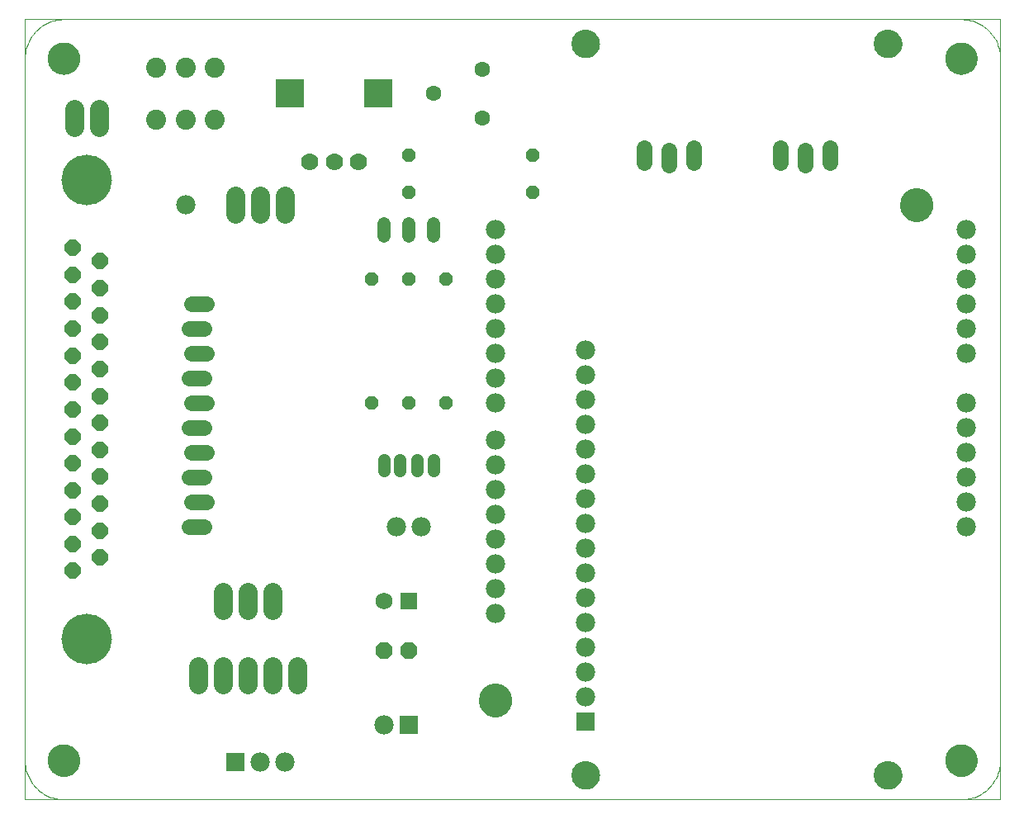
<source format=gbs>
G75*
G70*
%OFA0B0*%
%FSLAX24Y24*%
%IPPOS*%
%LPD*%
%AMOC8*
5,1,8,0,0,1.08239X$1,22.5*
%
%ADD10C,0.0000*%
%ADD11OC8,0.0640*%
%ADD12C,0.2040*%
%ADD13C,0.0640*%
%ADD14C,0.0700*%
%ADD15R,0.1142X0.1142*%
%ADD16R,0.0780X0.0780*%
%ADD17C,0.0780*%
%ADD18C,0.1142*%
%ADD19C,0.0520*%
%ADD20C,0.0690*%
%ADD21R,0.0690X0.0690*%
%ADD22OC8,0.0670*%
%ADD23C,0.1340*%
%ADD24OC8,0.0520*%
%ADD25C,0.0490*%
%ADD26C,0.1300*%
%ADD27C,0.0780*%
%ADD28C,0.0631*%
%ADD29C,0.0808*%
D10*
X038833Y004752D02*
X038833Y036248D01*
X078203Y036248D01*
X078203Y004752D01*
X038833Y004752D01*
X040423Y004754D02*
X076644Y004754D01*
X040423Y004754D01*
X076644Y004754D01*
X076014Y006329D02*
X076016Y006379D01*
X076022Y006429D01*
X076032Y006478D01*
X076046Y006526D01*
X076063Y006573D01*
X076084Y006618D01*
X076109Y006662D01*
X076137Y006703D01*
X076169Y006742D01*
X076203Y006779D01*
X076240Y006813D01*
X076280Y006843D01*
X076322Y006870D01*
X076366Y006894D01*
X076412Y006915D01*
X076459Y006931D01*
X076507Y006944D01*
X076557Y006953D01*
X076606Y006958D01*
X076657Y006959D01*
X076707Y006956D01*
X076756Y006949D01*
X076805Y006938D01*
X076853Y006923D01*
X076899Y006905D01*
X076944Y006883D01*
X076987Y006857D01*
X077028Y006828D01*
X077067Y006796D01*
X077103Y006761D01*
X077135Y006723D01*
X077165Y006683D01*
X077192Y006640D01*
X077215Y006596D01*
X077234Y006550D01*
X077250Y006502D01*
X077262Y006453D01*
X077270Y006404D01*
X077274Y006354D01*
X077274Y006304D01*
X077270Y006254D01*
X077262Y006205D01*
X077250Y006156D01*
X077234Y006108D01*
X077215Y006062D01*
X077192Y006018D01*
X077165Y005975D01*
X077135Y005935D01*
X077103Y005897D01*
X077067Y005862D01*
X077028Y005830D01*
X076987Y005801D01*
X076944Y005775D01*
X076899Y005753D01*
X076853Y005735D01*
X076805Y005720D01*
X076756Y005709D01*
X076707Y005702D01*
X076657Y005699D01*
X076606Y005700D01*
X076557Y005705D01*
X076507Y005714D01*
X076459Y005727D01*
X076412Y005743D01*
X076366Y005764D01*
X076322Y005788D01*
X076280Y005815D01*
X076240Y005845D01*
X076203Y005879D01*
X076169Y005916D01*
X076137Y005955D01*
X076109Y005996D01*
X076084Y006040D01*
X076063Y006085D01*
X076046Y006132D01*
X076032Y006180D01*
X076022Y006229D01*
X076016Y006279D01*
X076014Y006329D01*
X076644Y004754D02*
X076721Y004756D01*
X076798Y004762D01*
X076875Y004771D01*
X076951Y004784D01*
X077027Y004801D01*
X077101Y004822D01*
X077175Y004846D01*
X077247Y004874D01*
X077317Y004905D01*
X077386Y004940D01*
X077454Y004978D01*
X077519Y005019D01*
X077582Y005064D01*
X077643Y005112D01*
X077702Y005162D01*
X077758Y005215D01*
X077811Y005271D01*
X077861Y005330D01*
X077909Y005391D01*
X077954Y005454D01*
X077995Y005519D01*
X078033Y005587D01*
X078068Y005656D01*
X078099Y005726D01*
X078127Y005798D01*
X078151Y005872D01*
X078172Y005946D01*
X078189Y006022D01*
X078202Y006098D01*
X078211Y006175D01*
X078217Y006252D01*
X078219Y006329D01*
X078218Y006329D02*
X078218Y034676D01*
X078218Y006329D01*
X078218Y034676D01*
X076014Y034676D02*
X076016Y034726D01*
X076022Y034776D01*
X076032Y034825D01*
X076046Y034873D01*
X076063Y034920D01*
X076084Y034965D01*
X076109Y035009D01*
X076137Y035050D01*
X076169Y035089D01*
X076203Y035126D01*
X076240Y035160D01*
X076280Y035190D01*
X076322Y035217D01*
X076366Y035241D01*
X076412Y035262D01*
X076459Y035278D01*
X076507Y035291D01*
X076557Y035300D01*
X076606Y035305D01*
X076657Y035306D01*
X076707Y035303D01*
X076756Y035296D01*
X076805Y035285D01*
X076853Y035270D01*
X076899Y035252D01*
X076944Y035230D01*
X076987Y035204D01*
X077028Y035175D01*
X077067Y035143D01*
X077103Y035108D01*
X077135Y035070D01*
X077165Y035030D01*
X077192Y034987D01*
X077215Y034943D01*
X077234Y034897D01*
X077250Y034849D01*
X077262Y034800D01*
X077270Y034751D01*
X077274Y034701D01*
X077274Y034651D01*
X077270Y034601D01*
X077262Y034552D01*
X077250Y034503D01*
X077234Y034455D01*
X077215Y034409D01*
X077192Y034365D01*
X077165Y034322D01*
X077135Y034282D01*
X077103Y034244D01*
X077067Y034209D01*
X077028Y034177D01*
X076987Y034148D01*
X076944Y034122D01*
X076899Y034100D01*
X076853Y034082D01*
X076805Y034067D01*
X076756Y034056D01*
X076707Y034049D01*
X076657Y034046D01*
X076606Y034047D01*
X076557Y034052D01*
X076507Y034061D01*
X076459Y034074D01*
X076412Y034090D01*
X076366Y034111D01*
X076322Y034135D01*
X076280Y034162D01*
X076240Y034192D01*
X076203Y034226D01*
X076169Y034263D01*
X076137Y034302D01*
X076109Y034343D01*
X076084Y034387D01*
X076063Y034432D01*
X076046Y034479D01*
X076032Y034527D01*
X076022Y034576D01*
X076016Y034626D01*
X076014Y034676D01*
X076644Y036251D02*
X076721Y036249D01*
X076798Y036243D01*
X076875Y036234D01*
X076951Y036221D01*
X077027Y036204D01*
X077101Y036183D01*
X077175Y036159D01*
X077247Y036131D01*
X077317Y036100D01*
X077386Y036065D01*
X077454Y036027D01*
X077519Y035986D01*
X077582Y035941D01*
X077643Y035893D01*
X077702Y035843D01*
X077758Y035790D01*
X077811Y035734D01*
X077861Y035675D01*
X077909Y035614D01*
X077954Y035551D01*
X077995Y035486D01*
X078033Y035418D01*
X078068Y035349D01*
X078099Y035279D01*
X078127Y035207D01*
X078151Y035133D01*
X078172Y035059D01*
X078189Y034983D01*
X078202Y034907D01*
X078211Y034830D01*
X078217Y034753D01*
X078219Y034676D01*
X076014Y034676D02*
X076016Y034726D01*
X076022Y034776D01*
X076032Y034825D01*
X076046Y034873D01*
X076063Y034920D01*
X076084Y034965D01*
X076109Y035009D01*
X076137Y035050D01*
X076169Y035089D01*
X076203Y035126D01*
X076240Y035160D01*
X076280Y035190D01*
X076322Y035217D01*
X076366Y035241D01*
X076412Y035262D01*
X076459Y035278D01*
X076507Y035291D01*
X076557Y035300D01*
X076606Y035305D01*
X076657Y035306D01*
X076707Y035303D01*
X076756Y035296D01*
X076805Y035285D01*
X076853Y035270D01*
X076899Y035252D01*
X076944Y035230D01*
X076987Y035204D01*
X077028Y035175D01*
X077067Y035143D01*
X077103Y035108D01*
X077135Y035070D01*
X077165Y035030D01*
X077192Y034987D01*
X077215Y034943D01*
X077234Y034897D01*
X077250Y034849D01*
X077262Y034800D01*
X077270Y034751D01*
X077274Y034701D01*
X077274Y034651D01*
X077270Y034601D01*
X077262Y034552D01*
X077250Y034503D01*
X077234Y034455D01*
X077215Y034409D01*
X077192Y034365D01*
X077165Y034322D01*
X077135Y034282D01*
X077103Y034244D01*
X077067Y034209D01*
X077028Y034177D01*
X076987Y034148D01*
X076944Y034122D01*
X076899Y034100D01*
X076853Y034082D01*
X076805Y034067D01*
X076756Y034056D01*
X076707Y034049D01*
X076657Y034046D01*
X076606Y034047D01*
X076557Y034052D01*
X076507Y034061D01*
X076459Y034074D01*
X076412Y034090D01*
X076366Y034111D01*
X076322Y034135D01*
X076280Y034162D01*
X076240Y034192D01*
X076203Y034226D01*
X076169Y034263D01*
X076137Y034302D01*
X076109Y034343D01*
X076084Y034387D01*
X076063Y034432D01*
X076046Y034479D01*
X076032Y034527D01*
X076022Y034576D01*
X076016Y034626D01*
X076014Y034676D01*
X076644Y036251D02*
X076721Y036249D01*
X076798Y036243D01*
X076875Y036234D01*
X076951Y036221D01*
X077027Y036204D01*
X077101Y036183D01*
X077175Y036159D01*
X077247Y036131D01*
X077317Y036100D01*
X077386Y036065D01*
X077454Y036027D01*
X077519Y035986D01*
X077582Y035941D01*
X077643Y035893D01*
X077702Y035843D01*
X077758Y035790D01*
X077811Y035734D01*
X077861Y035675D01*
X077909Y035614D01*
X077954Y035551D01*
X077995Y035486D01*
X078033Y035418D01*
X078068Y035349D01*
X078099Y035279D01*
X078127Y035207D01*
X078151Y035133D01*
X078172Y035059D01*
X078189Y034983D01*
X078202Y034907D01*
X078211Y034830D01*
X078217Y034753D01*
X078219Y034676D01*
X076014Y034676D02*
X076016Y034726D01*
X076022Y034776D01*
X076032Y034825D01*
X076046Y034873D01*
X076063Y034920D01*
X076084Y034965D01*
X076109Y035009D01*
X076137Y035050D01*
X076169Y035089D01*
X076203Y035126D01*
X076240Y035160D01*
X076280Y035190D01*
X076322Y035217D01*
X076366Y035241D01*
X076412Y035262D01*
X076459Y035278D01*
X076507Y035291D01*
X076557Y035300D01*
X076606Y035305D01*
X076657Y035306D01*
X076707Y035303D01*
X076756Y035296D01*
X076805Y035285D01*
X076853Y035270D01*
X076899Y035252D01*
X076944Y035230D01*
X076987Y035204D01*
X077028Y035175D01*
X077067Y035143D01*
X077103Y035108D01*
X077135Y035070D01*
X077165Y035030D01*
X077192Y034987D01*
X077215Y034943D01*
X077234Y034897D01*
X077250Y034849D01*
X077262Y034800D01*
X077270Y034751D01*
X077274Y034701D01*
X077274Y034651D01*
X077270Y034601D01*
X077262Y034552D01*
X077250Y034503D01*
X077234Y034455D01*
X077215Y034409D01*
X077192Y034365D01*
X077165Y034322D01*
X077135Y034282D01*
X077103Y034244D01*
X077067Y034209D01*
X077028Y034177D01*
X076987Y034148D01*
X076944Y034122D01*
X076899Y034100D01*
X076853Y034082D01*
X076805Y034067D01*
X076756Y034056D01*
X076707Y034049D01*
X076657Y034046D01*
X076606Y034047D01*
X076557Y034052D01*
X076507Y034061D01*
X076459Y034074D01*
X076412Y034090D01*
X076366Y034111D01*
X076322Y034135D01*
X076280Y034162D01*
X076240Y034192D01*
X076203Y034226D01*
X076169Y034263D01*
X076137Y034302D01*
X076109Y034343D01*
X076084Y034387D01*
X076063Y034432D01*
X076046Y034479D01*
X076032Y034527D01*
X076022Y034576D01*
X076016Y034626D01*
X076014Y034676D01*
X076644Y036251D02*
X076721Y036249D01*
X076798Y036243D01*
X076875Y036234D01*
X076951Y036221D01*
X077027Y036204D01*
X077101Y036183D01*
X077175Y036159D01*
X077247Y036131D01*
X077317Y036100D01*
X077386Y036065D01*
X077454Y036027D01*
X077519Y035986D01*
X077582Y035941D01*
X077643Y035893D01*
X077702Y035843D01*
X077758Y035790D01*
X077811Y035734D01*
X077861Y035675D01*
X077909Y035614D01*
X077954Y035551D01*
X077995Y035486D01*
X078033Y035418D01*
X078068Y035349D01*
X078099Y035279D01*
X078127Y035207D01*
X078151Y035133D01*
X078172Y035059D01*
X078189Y034983D01*
X078202Y034907D01*
X078211Y034830D01*
X078217Y034753D01*
X078219Y034676D01*
X076644Y036250D02*
X040423Y036250D01*
X076644Y036250D01*
X040423Y036250D01*
X039793Y034676D02*
X039795Y034726D01*
X039801Y034776D01*
X039811Y034825D01*
X039825Y034873D01*
X039842Y034920D01*
X039863Y034965D01*
X039888Y035009D01*
X039916Y035050D01*
X039948Y035089D01*
X039982Y035126D01*
X040019Y035160D01*
X040059Y035190D01*
X040101Y035217D01*
X040145Y035241D01*
X040191Y035262D01*
X040238Y035278D01*
X040286Y035291D01*
X040336Y035300D01*
X040385Y035305D01*
X040436Y035306D01*
X040486Y035303D01*
X040535Y035296D01*
X040584Y035285D01*
X040632Y035270D01*
X040678Y035252D01*
X040723Y035230D01*
X040766Y035204D01*
X040807Y035175D01*
X040846Y035143D01*
X040882Y035108D01*
X040914Y035070D01*
X040944Y035030D01*
X040971Y034987D01*
X040994Y034943D01*
X041013Y034897D01*
X041029Y034849D01*
X041041Y034800D01*
X041049Y034751D01*
X041053Y034701D01*
X041053Y034651D01*
X041049Y034601D01*
X041041Y034552D01*
X041029Y034503D01*
X041013Y034455D01*
X040994Y034409D01*
X040971Y034365D01*
X040944Y034322D01*
X040914Y034282D01*
X040882Y034244D01*
X040846Y034209D01*
X040807Y034177D01*
X040766Y034148D01*
X040723Y034122D01*
X040678Y034100D01*
X040632Y034082D01*
X040584Y034067D01*
X040535Y034056D01*
X040486Y034049D01*
X040436Y034046D01*
X040385Y034047D01*
X040336Y034052D01*
X040286Y034061D01*
X040238Y034074D01*
X040191Y034090D01*
X040145Y034111D01*
X040101Y034135D01*
X040059Y034162D01*
X040019Y034192D01*
X039982Y034226D01*
X039948Y034263D01*
X039916Y034302D01*
X039888Y034343D01*
X039863Y034387D01*
X039842Y034432D01*
X039825Y034479D01*
X039811Y034527D01*
X039801Y034576D01*
X039795Y034626D01*
X039793Y034676D01*
X038848Y034676D02*
X038850Y034753D01*
X038856Y034830D01*
X038865Y034907D01*
X038878Y034983D01*
X038895Y035059D01*
X038916Y035133D01*
X038940Y035207D01*
X038968Y035279D01*
X038999Y035349D01*
X039034Y035418D01*
X039072Y035486D01*
X039113Y035551D01*
X039158Y035614D01*
X039206Y035675D01*
X039256Y035734D01*
X039309Y035790D01*
X039365Y035843D01*
X039424Y035893D01*
X039485Y035941D01*
X039548Y035986D01*
X039613Y036027D01*
X039681Y036065D01*
X039750Y036100D01*
X039820Y036131D01*
X039892Y036159D01*
X039966Y036183D01*
X040040Y036204D01*
X040116Y036221D01*
X040192Y036234D01*
X040269Y036243D01*
X040346Y036249D01*
X040423Y036251D01*
X039793Y034676D02*
X039795Y034726D01*
X039801Y034776D01*
X039811Y034825D01*
X039825Y034873D01*
X039842Y034920D01*
X039863Y034965D01*
X039888Y035009D01*
X039916Y035050D01*
X039948Y035089D01*
X039982Y035126D01*
X040019Y035160D01*
X040059Y035190D01*
X040101Y035217D01*
X040145Y035241D01*
X040191Y035262D01*
X040238Y035278D01*
X040286Y035291D01*
X040336Y035300D01*
X040385Y035305D01*
X040436Y035306D01*
X040486Y035303D01*
X040535Y035296D01*
X040584Y035285D01*
X040632Y035270D01*
X040678Y035252D01*
X040723Y035230D01*
X040766Y035204D01*
X040807Y035175D01*
X040846Y035143D01*
X040882Y035108D01*
X040914Y035070D01*
X040944Y035030D01*
X040971Y034987D01*
X040994Y034943D01*
X041013Y034897D01*
X041029Y034849D01*
X041041Y034800D01*
X041049Y034751D01*
X041053Y034701D01*
X041053Y034651D01*
X041049Y034601D01*
X041041Y034552D01*
X041029Y034503D01*
X041013Y034455D01*
X040994Y034409D01*
X040971Y034365D01*
X040944Y034322D01*
X040914Y034282D01*
X040882Y034244D01*
X040846Y034209D01*
X040807Y034177D01*
X040766Y034148D01*
X040723Y034122D01*
X040678Y034100D01*
X040632Y034082D01*
X040584Y034067D01*
X040535Y034056D01*
X040486Y034049D01*
X040436Y034046D01*
X040385Y034047D01*
X040336Y034052D01*
X040286Y034061D01*
X040238Y034074D01*
X040191Y034090D01*
X040145Y034111D01*
X040101Y034135D01*
X040059Y034162D01*
X040019Y034192D01*
X039982Y034226D01*
X039948Y034263D01*
X039916Y034302D01*
X039888Y034343D01*
X039863Y034387D01*
X039842Y034432D01*
X039825Y034479D01*
X039811Y034527D01*
X039801Y034576D01*
X039795Y034626D01*
X039793Y034676D01*
X038848Y034676D02*
X038850Y034753D01*
X038856Y034830D01*
X038865Y034907D01*
X038878Y034983D01*
X038895Y035059D01*
X038916Y035133D01*
X038940Y035207D01*
X038968Y035279D01*
X038999Y035349D01*
X039034Y035418D01*
X039072Y035486D01*
X039113Y035551D01*
X039158Y035614D01*
X039206Y035675D01*
X039256Y035734D01*
X039309Y035790D01*
X039365Y035843D01*
X039424Y035893D01*
X039485Y035941D01*
X039548Y035986D01*
X039613Y036027D01*
X039681Y036065D01*
X039750Y036100D01*
X039820Y036131D01*
X039892Y036159D01*
X039966Y036183D01*
X040040Y036204D01*
X040116Y036221D01*
X040192Y036234D01*
X040269Y036243D01*
X040346Y036249D01*
X040423Y036251D01*
X039793Y034676D02*
X039795Y034726D01*
X039801Y034776D01*
X039811Y034825D01*
X039825Y034873D01*
X039842Y034920D01*
X039863Y034965D01*
X039888Y035009D01*
X039916Y035050D01*
X039948Y035089D01*
X039982Y035126D01*
X040019Y035160D01*
X040059Y035190D01*
X040101Y035217D01*
X040145Y035241D01*
X040191Y035262D01*
X040238Y035278D01*
X040286Y035291D01*
X040336Y035300D01*
X040385Y035305D01*
X040436Y035306D01*
X040486Y035303D01*
X040535Y035296D01*
X040584Y035285D01*
X040632Y035270D01*
X040678Y035252D01*
X040723Y035230D01*
X040766Y035204D01*
X040807Y035175D01*
X040846Y035143D01*
X040882Y035108D01*
X040914Y035070D01*
X040944Y035030D01*
X040971Y034987D01*
X040994Y034943D01*
X041013Y034897D01*
X041029Y034849D01*
X041041Y034800D01*
X041049Y034751D01*
X041053Y034701D01*
X041053Y034651D01*
X041049Y034601D01*
X041041Y034552D01*
X041029Y034503D01*
X041013Y034455D01*
X040994Y034409D01*
X040971Y034365D01*
X040944Y034322D01*
X040914Y034282D01*
X040882Y034244D01*
X040846Y034209D01*
X040807Y034177D01*
X040766Y034148D01*
X040723Y034122D01*
X040678Y034100D01*
X040632Y034082D01*
X040584Y034067D01*
X040535Y034056D01*
X040486Y034049D01*
X040436Y034046D01*
X040385Y034047D01*
X040336Y034052D01*
X040286Y034061D01*
X040238Y034074D01*
X040191Y034090D01*
X040145Y034111D01*
X040101Y034135D01*
X040059Y034162D01*
X040019Y034192D01*
X039982Y034226D01*
X039948Y034263D01*
X039916Y034302D01*
X039888Y034343D01*
X039863Y034387D01*
X039842Y034432D01*
X039825Y034479D01*
X039811Y034527D01*
X039801Y034576D01*
X039795Y034626D01*
X039793Y034676D01*
X038848Y034676D02*
X038850Y034753D01*
X038856Y034830D01*
X038865Y034907D01*
X038878Y034983D01*
X038895Y035059D01*
X038916Y035133D01*
X038940Y035207D01*
X038968Y035279D01*
X038999Y035349D01*
X039034Y035418D01*
X039072Y035486D01*
X039113Y035551D01*
X039158Y035614D01*
X039206Y035675D01*
X039256Y035734D01*
X039309Y035790D01*
X039365Y035843D01*
X039424Y035893D01*
X039485Y035941D01*
X039548Y035986D01*
X039613Y036027D01*
X039681Y036065D01*
X039750Y036100D01*
X039820Y036131D01*
X039892Y036159D01*
X039966Y036183D01*
X040040Y036204D01*
X040116Y036221D01*
X040192Y036234D01*
X040269Y036243D01*
X040346Y036249D01*
X040423Y036251D01*
X038848Y034676D02*
X038848Y006329D01*
X038848Y034676D01*
X038848Y006329D01*
X039793Y006329D02*
X039795Y006379D01*
X039801Y006429D01*
X039811Y006478D01*
X039825Y006526D01*
X039842Y006573D01*
X039863Y006618D01*
X039888Y006662D01*
X039916Y006703D01*
X039948Y006742D01*
X039982Y006779D01*
X040019Y006813D01*
X040059Y006843D01*
X040101Y006870D01*
X040145Y006894D01*
X040191Y006915D01*
X040238Y006931D01*
X040286Y006944D01*
X040336Y006953D01*
X040385Y006958D01*
X040436Y006959D01*
X040486Y006956D01*
X040535Y006949D01*
X040584Y006938D01*
X040632Y006923D01*
X040678Y006905D01*
X040723Y006883D01*
X040766Y006857D01*
X040807Y006828D01*
X040846Y006796D01*
X040882Y006761D01*
X040914Y006723D01*
X040944Y006683D01*
X040971Y006640D01*
X040994Y006596D01*
X041013Y006550D01*
X041029Y006502D01*
X041041Y006453D01*
X041049Y006404D01*
X041053Y006354D01*
X041053Y006304D01*
X041049Y006254D01*
X041041Y006205D01*
X041029Y006156D01*
X041013Y006108D01*
X040994Y006062D01*
X040971Y006018D01*
X040944Y005975D01*
X040914Y005935D01*
X040882Y005897D01*
X040846Y005862D01*
X040807Y005830D01*
X040766Y005801D01*
X040723Y005775D01*
X040678Y005753D01*
X040632Y005735D01*
X040584Y005720D01*
X040535Y005709D01*
X040486Y005702D01*
X040436Y005699D01*
X040385Y005700D01*
X040336Y005705D01*
X040286Y005714D01*
X040238Y005727D01*
X040191Y005743D01*
X040145Y005764D01*
X040101Y005788D01*
X040059Y005815D01*
X040019Y005845D01*
X039982Y005879D01*
X039948Y005916D01*
X039916Y005955D01*
X039888Y005996D01*
X039863Y006040D01*
X039842Y006085D01*
X039825Y006132D01*
X039811Y006180D01*
X039801Y006229D01*
X039795Y006279D01*
X039793Y006329D01*
X038848Y006329D02*
X038850Y006252D01*
X038856Y006175D01*
X038865Y006098D01*
X038878Y006022D01*
X038895Y005946D01*
X038916Y005872D01*
X038940Y005798D01*
X038968Y005726D01*
X038999Y005656D01*
X039034Y005587D01*
X039072Y005519D01*
X039113Y005454D01*
X039158Y005391D01*
X039206Y005330D01*
X039256Y005271D01*
X039309Y005215D01*
X039365Y005162D01*
X039424Y005112D01*
X039485Y005064D01*
X039548Y005019D01*
X039613Y004978D01*
X039681Y004940D01*
X039750Y004905D01*
X039820Y004874D01*
X039892Y004846D01*
X039966Y004822D01*
X040040Y004801D01*
X040116Y004784D01*
X040192Y004771D01*
X040269Y004762D01*
X040346Y004756D01*
X040423Y004754D01*
X039793Y006329D02*
X039795Y006379D01*
X039801Y006429D01*
X039811Y006478D01*
X039825Y006526D01*
X039842Y006573D01*
X039863Y006618D01*
X039888Y006662D01*
X039916Y006703D01*
X039948Y006742D01*
X039982Y006779D01*
X040019Y006813D01*
X040059Y006843D01*
X040101Y006870D01*
X040145Y006894D01*
X040191Y006915D01*
X040238Y006931D01*
X040286Y006944D01*
X040336Y006953D01*
X040385Y006958D01*
X040436Y006959D01*
X040486Y006956D01*
X040535Y006949D01*
X040584Y006938D01*
X040632Y006923D01*
X040678Y006905D01*
X040723Y006883D01*
X040766Y006857D01*
X040807Y006828D01*
X040846Y006796D01*
X040882Y006761D01*
X040914Y006723D01*
X040944Y006683D01*
X040971Y006640D01*
X040994Y006596D01*
X041013Y006550D01*
X041029Y006502D01*
X041041Y006453D01*
X041049Y006404D01*
X041053Y006354D01*
X041053Y006304D01*
X041049Y006254D01*
X041041Y006205D01*
X041029Y006156D01*
X041013Y006108D01*
X040994Y006062D01*
X040971Y006018D01*
X040944Y005975D01*
X040914Y005935D01*
X040882Y005897D01*
X040846Y005862D01*
X040807Y005830D01*
X040766Y005801D01*
X040723Y005775D01*
X040678Y005753D01*
X040632Y005735D01*
X040584Y005720D01*
X040535Y005709D01*
X040486Y005702D01*
X040436Y005699D01*
X040385Y005700D01*
X040336Y005705D01*
X040286Y005714D01*
X040238Y005727D01*
X040191Y005743D01*
X040145Y005764D01*
X040101Y005788D01*
X040059Y005815D01*
X040019Y005845D01*
X039982Y005879D01*
X039948Y005916D01*
X039916Y005955D01*
X039888Y005996D01*
X039863Y006040D01*
X039842Y006085D01*
X039825Y006132D01*
X039811Y006180D01*
X039801Y006229D01*
X039795Y006279D01*
X039793Y006329D01*
X038848Y006329D02*
X038850Y006252D01*
X038856Y006175D01*
X038865Y006098D01*
X038878Y006022D01*
X038895Y005946D01*
X038916Y005872D01*
X038940Y005798D01*
X038968Y005726D01*
X038999Y005656D01*
X039034Y005587D01*
X039072Y005519D01*
X039113Y005454D01*
X039158Y005391D01*
X039206Y005330D01*
X039256Y005271D01*
X039309Y005215D01*
X039365Y005162D01*
X039424Y005112D01*
X039485Y005064D01*
X039548Y005019D01*
X039613Y004978D01*
X039681Y004940D01*
X039750Y004905D01*
X039820Y004874D01*
X039892Y004846D01*
X039966Y004822D01*
X040040Y004801D01*
X040116Y004784D01*
X040192Y004771D01*
X040269Y004762D01*
X040346Y004756D01*
X040423Y004754D01*
X039793Y006329D02*
X039795Y006379D01*
X039801Y006429D01*
X039811Y006478D01*
X039825Y006526D01*
X039842Y006573D01*
X039863Y006618D01*
X039888Y006662D01*
X039916Y006703D01*
X039948Y006742D01*
X039982Y006779D01*
X040019Y006813D01*
X040059Y006843D01*
X040101Y006870D01*
X040145Y006894D01*
X040191Y006915D01*
X040238Y006931D01*
X040286Y006944D01*
X040336Y006953D01*
X040385Y006958D01*
X040436Y006959D01*
X040486Y006956D01*
X040535Y006949D01*
X040584Y006938D01*
X040632Y006923D01*
X040678Y006905D01*
X040723Y006883D01*
X040766Y006857D01*
X040807Y006828D01*
X040846Y006796D01*
X040882Y006761D01*
X040914Y006723D01*
X040944Y006683D01*
X040971Y006640D01*
X040994Y006596D01*
X041013Y006550D01*
X041029Y006502D01*
X041041Y006453D01*
X041049Y006404D01*
X041053Y006354D01*
X041053Y006304D01*
X041049Y006254D01*
X041041Y006205D01*
X041029Y006156D01*
X041013Y006108D01*
X040994Y006062D01*
X040971Y006018D01*
X040944Y005975D01*
X040914Y005935D01*
X040882Y005897D01*
X040846Y005862D01*
X040807Y005830D01*
X040766Y005801D01*
X040723Y005775D01*
X040678Y005753D01*
X040632Y005735D01*
X040584Y005720D01*
X040535Y005709D01*
X040486Y005702D01*
X040436Y005699D01*
X040385Y005700D01*
X040336Y005705D01*
X040286Y005714D01*
X040238Y005727D01*
X040191Y005743D01*
X040145Y005764D01*
X040101Y005788D01*
X040059Y005815D01*
X040019Y005845D01*
X039982Y005879D01*
X039948Y005916D01*
X039916Y005955D01*
X039888Y005996D01*
X039863Y006040D01*
X039842Y006085D01*
X039825Y006132D01*
X039811Y006180D01*
X039801Y006229D01*
X039795Y006279D01*
X039793Y006329D01*
X038848Y006329D02*
X038850Y006252D01*
X038856Y006175D01*
X038865Y006098D01*
X038878Y006022D01*
X038895Y005946D01*
X038916Y005872D01*
X038940Y005798D01*
X038968Y005726D01*
X038999Y005656D01*
X039034Y005587D01*
X039072Y005519D01*
X039113Y005454D01*
X039158Y005391D01*
X039206Y005330D01*
X039256Y005271D01*
X039309Y005215D01*
X039365Y005162D01*
X039424Y005112D01*
X039485Y005064D01*
X039548Y005019D01*
X039613Y004978D01*
X039681Y004940D01*
X039750Y004905D01*
X039820Y004874D01*
X039892Y004846D01*
X039966Y004822D01*
X040040Y004801D01*
X040116Y004784D01*
X040192Y004771D01*
X040269Y004762D01*
X040346Y004756D01*
X040423Y004754D01*
X057183Y008752D02*
X057185Y008802D01*
X057191Y008852D01*
X057201Y008902D01*
X057214Y008950D01*
X057231Y008998D01*
X057252Y009044D01*
X057276Y009088D01*
X057304Y009130D01*
X057335Y009170D01*
X057369Y009207D01*
X057406Y009242D01*
X057445Y009273D01*
X057486Y009302D01*
X057530Y009327D01*
X057576Y009349D01*
X057623Y009367D01*
X057671Y009381D01*
X057720Y009392D01*
X057770Y009399D01*
X057820Y009402D01*
X057871Y009401D01*
X057921Y009396D01*
X057971Y009387D01*
X058019Y009375D01*
X058067Y009358D01*
X058113Y009338D01*
X058158Y009315D01*
X058201Y009288D01*
X058241Y009258D01*
X058279Y009225D01*
X058314Y009189D01*
X058347Y009150D01*
X058376Y009109D01*
X058402Y009066D01*
X058425Y009021D01*
X058444Y008974D01*
X058459Y008926D01*
X058471Y008877D01*
X058479Y008827D01*
X058483Y008777D01*
X058483Y008727D01*
X058479Y008677D01*
X058471Y008627D01*
X058459Y008578D01*
X058444Y008530D01*
X058425Y008483D01*
X058402Y008438D01*
X058376Y008395D01*
X058347Y008354D01*
X058314Y008315D01*
X058279Y008279D01*
X058241Y008246D01*
X058201Y008216D01*
X058158Y008189D01*
X058113Y008166D01*
X058067Y008146D01*
X058019Y008129D01*
X057971Y008117D01*
X057921Y008108D01*
X057871Y008103D01*
X057820Y008102D01*
X057770Y008105D01*
X057720Y008112D01*
X057671Y008123D01*
X057623Y008137D01*
X057576Y008155D01*
X057530Y008177D01*
X057486Y008202D01*
X057445Y008231D01*
X057406Y008262D01*
X057369Y008297D01*
X057335Y008334D01*
X057304Y008374D01*
X057276Y008416D01*
X057252Y008460D01*
X057231Y008506D01*
X057214Y008554D01*
X057201Y008602D01*
X057191Y008652D01*
X057185Y008702D01*
X057183Y008752D01*
X060930Y005739D02*
X060932Y005786D01*
X060938Y005832D01*
X060948Y005878D01*
X060961Y005923D01*
X060979Y005966D01*
X061000Y006008D01*
X061024Y006048D01*
X061052Y006085D01*
X061083Y006120D01*
X061117Y006153D01*
X061153Y006182D01*
X061192Y006208D01*
X061233Y006231D01*
X061276Y006250D01*
X061320Y006266D01*
X061365Y006278D01*
X061411Y006286D01*
X061458Y006290D01*
X061504Y006290D01*
X061551Y006286D01*
X061597Y006278D01*
X061642Y006266D01*
X061686Y006250D01*
X061729Y006231D01*
X061770Y006208D01*
X061809Y006182D01*
X061845Y006153D01*
X061879Y006120D01*
X061910Y006085D01*
X061938Y006048D01*
X061962Y006008D01*
X061983Y005966D01*
X062001Y005923D01*
X062014Y005878D01*
X062024Y005832D01*
X062030Y005786D01*
X062032Y005739D01*
X062030Y005692D01*
X062024Y005646D01*
X062014Y005600D01*
X062001Y005555D01*
X061983Y005512D01*
X061962Y005470D01*
X061938Y005430D01*
X061910Y005393D01*
X061879Y005358D01*
X061845Y005325D01*
X061809Y005296D01*
X061770Y005270D01*
X061729Y005247D01*
X061686Y005228D01*
X061642Y005212D01*
X061597Y005200D01*
X061551Y005192D01*
X061504Y005188D01*
X061458Y005188D01*
X061411Y005192D01*
X061365Y005200D01*
X061320Y005212D01*
X061276Y005228D01*
X061233Y005247D01*
X061192Y005270D01*
X061153Y005296D01*
X061117Y005325D01*
X061083Y005358D01*
X061052Y005393D01*
X061024Y005430D01*
X061000Y005470D01*
X060979Y005512D01*
X060961Y005555D01*
X060948Y005600D01*
X060938Y005646D01*
X060932Y005692D01*
X060930Y005739D01*
X073135Y005739D02*
X073137Y005786D01*
X073143Y005832D01*
X073153Y005878D01*
X073166Y005923D01*
X073184Y005966D01*
X073205Y006008D01*
X073229Y006048D01*
X073257Y006085D01*
X073288Y006120D01*
X073322Y006153D01*
X073358Y006182D01*
X073397Y006208D01*
X073438Y006231D01*
X073481Y006250D01*
X073525Y006266D01*
X073570Y006278D01*
X073616Y006286D01*
X073663Y006290D01*
X073709Y006290D01*
X073756Y006286D01*
X073802Y006278D01*
X073847Y006266D01*
X073891Y006250D01*
X073934Y006231D01*
X073975Y006208D01*
X074014Y006182D01*
X074050Y006153D01*
X074084Y006120D01*
X074115Y006085D01*
X074143Y006048D01*
X074167Y006008D01*
X074188Y005966D01*
X074206Y005923D01*
X074219Y005878D01*
X074229Y005832D01*
X074235Y005786D01*
X074237Y005739D01*
X074235Y005692D01*
X074229Y005646D01*
X074219Y005600D01*
X074206Y005555D01*
X074188Y005512D01*
X074167Y005470D01*
X074143Y005430D01*
X074115Y005393D01*
X074084Y005358D01*
X074050Y005325D01*
X074014Y005296D01*
X073975Y005270D01*
X073934Y005247D01*
X073891Y005228D01*
X073847Y005212D01*
X073802Y005200D01*
X073756Y005192D01*
X073709Y005188D01*
X073663Y005188D01*
X073616Y005192D01*
X073570Y005200D01*
X073525Y005212D01*
X073481Y005228D01*
X073438Y005247D01*
X073397Y005270D01*
X073358Y005296D01*
X073322Y005325D01*
X073288Y005358D01*
X073257Y005393D01*
X073229Y005430D01*
X073205Y005470D01*
X073184Y005512D01*
X073166Y005555D01*
X073153Y005600D01*
X073143Y005646D01*
X073137Y005692D01*
X073135Y005739D01*
X076014Y006329D02*
X076016Y006379D01*
X076022Y006429D01*
X076032Y006478D01*
X076046Y006526D01*
X076063Y006573D01*
X076084Y006618D01*
X076109Y006662D01*
X076137Y006703D01*
X076169Y006742D01*
X076203Y006779D01*
X076240Y006813D01*
X076280Y006843D01*
X076322Y006870D01*
X076366Y006894D01*
X076412Y006915D01*
X076459Y006931D01*
X076507Y006944D01*
X076557Y006953D01*
X076606Y006958D01*
X076657Y006959D01*
X076707Y006956D01*
X076756Y006949D01*
X076805Y006938D01*
X076853Y006923D01*
X076899Y006905D01*
X076944Y006883D01*
X076987Y006857D01*
X077028Y006828D01*
X077067Y006796D01*
X077103Y006761D01*
X077135Y006723D01*
X077165Y006683D01*
X077192Y006640D01*
X077215Y006596D01*
X077234Y006550D01*
X077250Y006502D01*
X077262Y006453D01*
X077270Y006404D01*
X077274Y006354D01*
X077274Y006304D01*
X077270Y006254D01*
X077262Y006205D01*
X077250Y006156D01*
X077234Y006108D01*
X077215Y006062D01*
X077192Y006018D01*
X077165Y005975D01*
X077135Y005935D01*
X077103Y005897D01*
X077067Y005862D01*
X077028Y005830D01*
X076987Y005801D01*
X076944Y005775D01*
X076899Y005753D01*
X076853Y005735D01*
X076805Y005720D01*
X076756Y005709D01*
X076707Y005702D01*
X076657Y005699D01*
X076606Y005700D01*
X076557Y005705D01*
X076507Y005714D01*
X076459Y005727D01*
X076412Y005743D01*
X076366Y005764D01*
X076322Y005788D01*
X076280Y005815D01*
X076240Y005845D01*
X076203Y005879D01*
X076169Y005916D01*
X076137Y005955D01*
X076109Y005996D01*
X076084Y006040D01*
X076063Y006085D01*
X076046Y006132D01*
X076032Y006180D01*
X076022Y006229D01*
X076016Y006279D01*
X076014Y006329D01*
X076644Y004754D02*
X076721Y004756D01*
X076798Y004762D01*
X076875Y004771D01*
X076951Y004784D01*
X077027Y004801D01*
X077101Y004822D01*
X077175Y004846D01*
X077247Y004874D01*
X077317Y004905D01*
X077386Y004940D01*
X077454Y004978D01*
X077519Y005019D01*
X077582Y005064D01*
X077643Y005112D01*
X077702Y005162D01*
X077758Y005215D01*
X077811Y005271D01*
X077861Y005330D01*
X077909Y005391D01*
X077954Y005454D01*
X077995Y005519D01*
X078033Y005587D01*
X078068Y005656D01*
X078099Y005726D01*
X078127Y005798D01*
X078151Y005872D01*
X078172Y005946D01*
X078189Y006022D01*
X078202Y006098D01*
X078211Y006175D01*
X078217Y006252D01*
X078219Y006329D01*
X076014Y006329D02*
X076016Y006379D01*
X076022Y006429D01*
X076032Y006478D01*
X076046Y006526D01*
X076063Y006573D01*
X076084Y006618D01*
X076109Y006662D01*
X076137Y006703D01*
X076169Y006742D01*
X076203Y006779D01*
X076240Y006813D01*
X076280Y006843D01*
X076322Y006870D01*
X076366Y006894D01*
X076412Y006915D01*
X076459Y006931D01*
X076507Y006944D01*
X076557Y006953D01*
X076606Y006958D01*
X076657Y006959D01*
X076707Y006956D01*
X076756Y006949D01*
X076805Y006938D01*
X076853Y006923D01*
X076899Y006905D01*
X076944Y006883D01*
X076987Y006857D01*
X077028Y006828D01*
X077067Y006796D01*
X077103Y006761D01*
X077135Y006723D01*
X077165Y006683D01*
X077192Y006640D01*
X077215Y006596D01*
X077234Y006550D01*
X077250Y006502D01*
X077262Y006453D01*
X077270Y006404D01*
X077274Y006354D01*
X077274Y006304D01*
X077270Y006254D01*
X077262Y006205D01*
X077250Y006156D01*
X077234Y006108D01*
X077215Y006062D01*
X077192Y006018D01*
X077165Y005975D01*
X077135Y005935D01*
X077103Y005897D01*
X077067Y005862D01*
X077028Y005830D01*
X076987Y005801D01*
X076944Y005775D01*
X076899Y005753D01*
X076853Y005735D01*
X076805Y005720D01*
X076756Y005709D01*
X076707Y005702D01*
X076657Y005699D01*
X076606Y005700D01*
X076557Y005705D01*
X076507Y005714D01*
X076459Y005727D01*
X076412Y005743D01*
X076366Y005764D01*
X076322Y005788D01*
X076280Y005815D01*
X076240Y005845D01*
X076203Y005879D01*
X076169Y005916D01*
X076137Y005955D01*
X076109Y005996D01*
X076084Y006040D01*
X076063Y006085D01*
X076046Y006132D01*
X076032Y006180D01*
X076022Y006229D01*
X076016Y006279D01*
X076014Y006329D01*
X076644Y004754D02*
X076721Y004756D01*
X076798Y004762D01*
X076875Y004771D01*
X076951Y004784D01*
X077027Y004801D01*
X077101Y004822D01*
X077175Y004846D01*
X077247Y004874D01*
X077317Y004905D01*
X077386Y004940D01*
X077454Y004978D01*
X077519Y005019D01*
X077582Y005064D01*
X077643Y005112D01*
X077702Y005162D01*
X077758Y005215D01*
X077811Y005271D01*
X077861Y005330D01*
X077909Y005391D01*
X077954Y005454D01*
X077995Y005519D01*
X078033Y005587D01*
X078068Y005656D01*
X078099Y005726D01*
X078127Y005798D01*
X078151Y005872D01*
X078172Y005946D01*
X078189Y006022D01*
X078202Y006098D01*
X078211Y006175D01*
X078217Y006252D01*
X078219Y006329D01*
X074183Y028752D02*
X074185Y028802D01*
X074191Y028852D01*
X074201Y028902D01*
X074214Y028950D01*
X074231Y028998D01*
X074252Y029044D01*
X074276Y029088D01*
X074304Y029130D01*
X074335Y029170D01*
X074369Y029207D01*
X074406Y029242D01*
X074445Y029273D01*
X074486Y029302D01*
X074530Y029327D01*
X074576Y029349D01*
X074623Y029367D01*
X074671Y029381D01*
X074720Y029392D01*
X074770Y029399D01*
X074820Y029402D01*
X074871Y029401D01*
X074921Y029396D01*
X074971Y029387D01*
X075019Y029375D01*
X075067Y029358D01*
X075113Y029338D01*
X075158Y029315D01*
X075201Y029288D01*
X075241Y029258D01*
X075279Y029225D01*
X075314Y029189D01*
X075347Y029150D01*
X075376Y029109D01*
X075402Y029066D01*
X075425Y029021D01*
X075444Y028974D01*
X075459Y028926D01*
X075471Y028877D01*
X075479Y028827D01*
X075483Y028777D01*
X075483Y028727D01*
X075479Y028677D01*
X075471Y028627D01*
X075459Y028578D01*
X075444Y028530D01*
X075425Y028483D01*
X075402Y028438D01*
X075376Y028395D01*
X075347Y028354D01*
X075314Y028315D01*
X075279Y028279D01*
X075241Y028246D01*
X075201Y028216D01*
X075158Y028189D01*
X075113Y028166D01*
X075067Y028146D01*
X075019Y028129D01*
X074971Y028117D01*
X074921Y028108D01*
X074871Y028103D01*
X074820Y028102D01*
X074770Y028105D01*
X074720Y028112D01*
X074671Y028123D01*
X074623Y028137D01*
X074576Y028155D01*
X074530Y028177D01*
X074486Y028202D01*
X074445Y028231D01*
X074406Y028262D01*
X074369Y028297D01*
X074335Y028334D01*
X074304Y028374D01*
X074276Y028416D01*
X074252Y028460D01*
X074231Y028506D01*
X074214Y028554D01*
X074201Y028602D01*
X074191Y028652D01*
X074185Y028702D01*
X074183Y028752D01*
X073135Y035266D02*
X073137Y035313D01*
X073143Y035359D01*
X073153Y035405D01*
X073166Y035450D01*
X073184Y035493D01*
X073205Y035535D01*
X073229Y035575D01*
X073257Y035612D01*
X073288Y035647D01*
X073322Y035680D01*
X073358Y035709D01*
X073397Y035735D01*
X073438Y035758D01*
X073481Y035777D01*
X073525Y035793D01*
X073570Y035805D01*
X073616Y035813D01*
X073663Y035817D01*
X073709Y035817D01*
X073756Y035813D01*
X073802Y035805D01*
X073847Y035793D01*
X073891Y035777D01*
X073934Y035758D01*
X073975Y035735D01*
X074014Y035709D01*
X074050Y035680D01*
X074084Y035647D01*
X074115Y035612D01*
X074143Y035575D01*
X074167Y035535D01*
X074188Y035493D01*
X074206Y035450D01*
X074219Y035405D01*
X074229Y035359D01*
X074235Y035313D01*
X074237Y035266D01*
X074235Y035219D01*
X074229Y035173D01*
X074219Y035127D01*
X074206Y035082D01*
X074188Y035039D01*
X074167Y034997D01*
X074143Y034957D01*
X074115Y034920D01*
X074084Y034885D01*
X074050Y034852D01*
X074014Y034823D01*
X073975Y034797D01*
X073934Y034774D01*
X073891Y034755D01*
X073847Y034739D01*
X073802Y034727D01*
X073756Y034719D01*
X073709Y034715D01*
X073663Y034715D01*
X073616Y034719D01*
X073570Y034727D01*
X073525Y034739D01*
X073481Y034755D01*
X073438Y034774D01*
X073397Y034797D01*
X073358Y034823D01*
X073322Y034852D01*
X073288Y034885D01*
X073257Y034920D01*
X073229Y034957D01*
X073205Y034997D01*
X073184Y035039D01*
X073166Y035082D01*
X073153Y035127D01*
X073143Y035173D01*
X073137Y035219D01*
X073135Y035266D01*
X060930Y035266D02*
X060932Y035313D01*
X060938Y035359D01*
X060948Y035405D01*
X060961Y035450D01*
X060979Y035493D01*
X061000Y035535D01*
X061024Y035575D01*
X061052Y035612D01*
X061083Y035647D01*
X061117Y035680D01*
X061153Y035709D01*
X061192Y035735D01*
X061233Y035758D01*
X061276Y035777D01*
X061320Y035793D01*
X061365Y035805D01*
X061411Y035813D01*
X061458Y035817D01*
X061504Y035817D01*
X061551Y035813D01*
X061597Y035805D01*
X061642Y035793D01*
X061686Y035777D01*
X061729Y035758D01*
X061770Y035735D01*
X061809Y035709D01*
X061845Y035680D01*
X061879Y035647D01*
X061910Y035612D01*
X061938Y035575D01*
X061962Y035535D01*
X061983Y035493D01*
X062001Y035450D01*
X062014Y035405D01*
X062024Y035359D01*
X062030Y035313D01*
X062032Y035266D01*
X062030Y035219D01*
X062024Y035173D01*
X062014Y035127D01*
X062001Y035082D01*
X061983Y035039D01*
X061962Y034997D01*
X061938Y034957D01*
X061910Y034920D01*
X061879Y034885D01*
X061845Y034852D01*
X061809Y034823D01*
X061770Y034797D01*
X061729Y034774D01*
X061686Y034755D01*
X061642Y034739D01*
X061597Y034727D01*
X061551Y034719D01*
X061504Y034715D01*
X061458Y034715D01*
X061411Y034719D01*
X061365Y034727D01*
X061320Y034739D01*
X061276Y034755D01*
X061233Y034774D01*
X061192Y034797D01*
X061153Y034823D01*
X061117Y034852D01*
X061083Y034885D01*
X061052Y034920D01*
X061024Y034957D01*
X061000Y034997D01*
X060979Y035039D01*
X060961Y035082D01*
X060948Y035127D01*
X060938Y035173D01*
X060932Y035219D01*
X060930Y035266D01*
D11*
X041893Y026482D03*
X040773Y027022D03*
X040773Y025932D03*
X041893Y025392D03*
X040773Y024852D03*
X041893Y024302D03*
X040773Y023762D03*
X041893Y023222D03*
X040773Y022672D03*
X041893Y022132D03*
X040773Y021592D03*
X041893Y021042D03*
X040773Y020502D03*
X041893Y019962D03*
X040773Y019412D03*
X041893Y018872D03*
X040773Y018332D03*
X041893Y017782D03*
X040773Y017242D03*
X041893Y016702D03*
X040773Y016152D03*
X041893Y015612D03*
X040773Y015072D03*
X041893Y014522D03*
X040773Y013982D03*
D12*
X041333Y011242D03*
X041333Y029762D03*
D13*
X045583Y024752D02*
X046183Y024752D01*
X046083Y023752D02*
X045483Y023752D01*
X045583Y022752D02*
X046183Y022752D01*
X046083Y021752D02*
X045483Y021752D01*
X045583Y020752D02*
X046183Y020752D01*
X046083Y019752D02*
X045483Y019752D01*
X045583Y018752D02*
X046183Y018752D01*
X046083Y017752D02*
X045483Y017752D01*
X045583Y016752D02*
X046183Y016752D01*
X046083Y015752D02*
X045483Y015752D01*
X063833Y030452D02*
X063833Y031052D01*
X064833Y030952D02*
X064833Y030352D01*
X065833Y030452D02*
X065833Y031052D01*
X069333Y031052D02*
X069333Y030452D01*
X070333Y030352D02*
X070333Y030952D01*
X071333Y031052D02*
X071333Y030452D01*
D14*
X052318Y030496D03*
X051333Y030496D03*
X050349Y030496D03*
D15*
X049562Y033252D03*
X053105Y033252D03*
D16*
X061481Y007904D03*
X054333Y007752D03*
X047333Y006252D03*
D17*
X048333Y006252D03*
X049333Y006252D03*
X053333Y007752D03*
X057833Y012252D03*
X057833Y013252D03*
X057833Y014252D03*
X057833Y015252D03*
X057833Y016252D03*
X057833Y017252D03*
X057833Y018252D03*
X057833Y019252D03*
X057833Y020752D03*
X057833Y021752D03*
X057833Y022752D03*
X057833Y023752D03*
X057833Y024752D03*
X057833Y025752D03*
X057833Y026752D03*
X057833Y027752D03*
X061481Y022904D03*
X061481Y021904D03*
X061481Y020904D03*
X061481Y019904D03*
X061481Y018904D03*
X061481Y017904D03*
X061481Y016904D03*
X061481Y015904D03*
X061481Y014904D03*
X061481Y013904D03*
X061481Y012904D03*
X061481Y011904D03*
X061481Y010904D03*
X061481Y009904D03*
X061481Y008904D03*
X054833Y015752D03*
X053833Y015752D03*
X045333Y028752D03*
X076833Y027752D03*
X076833Y026752D03*
X076833Y025752D03*
X076833Y024752D03*
X076833Y023752D03*
X076833Y022752D03*
X076833Y020752D03*
X076833Y019752D03*
X076833Y018752D03*
X076833Y017752D03*
X076833Y016752D03*
X076833Y015752D03*
D18*
X073686Y005739D03*
X061481Y005739D03*
X061481Y035266D03*
X073686Y035266D03*
D19*
X055333Y027992D02*
X055333Y027512D01*
X054333Y027512D02*
X054333Y027992D01*
X053333Y027992D02*
X053333Y027512D01*
D20*
X053333Y012752D03*
D21*
X054333Y012752D03*
D22*
X054333Y010752D03*
X053333Y010752D03*
D23*
X057833Y008752D03*
X074833Y028752D03*
D24*
X059333Y029252D03*
X059333Y030752D03*
X054333Y030752D03*
X054333Y029252D03*
X054333Y025752D03*
X052833Y025752D03*
X055833Y025752D03*
X055833Y020752D03*
X054333Y020752D03*
X052833Y020752D03*
D25*
X053333Y018477D02*
X053333Y018027D01*
X053983Y018027D02*
X053983Y018477D01*
X054683Y018477D02*
X054683Y018027D01*
X055333Y018027D02*
X055333Y018477D01*
D26*
X040423Y006329D03*
X040423Y006329D03*
X040423Y006329D03*
X076644Y006329D03*
X076644Y006329D03*
X076644Y006329D03*
X076644Y034676D03*
X076644Y034676D03*
X076644Y034676D03*
X040423Y034676D03*
X040423Y034676D03*
X040423Y034676D03*
D27*
X040833Y032622D02*
X040833Y031882D01*
X041833Y031882D02*
X041833Y032622D01*
X047333Y029122D02*
X047333Y028382D01*
X048333Y028382D02*
X048333Y029122D01*
X049333Y029122D02*
X049333Y028382D01*
X048833Y013122D02*
X048833Y012382D01*
X047833Y012382D02*
X047833Y013122D01*
X046833Y013122D02*
X046833Y012382D01*
X046833Y010122D02*
X046833Y009382D01*
X045833Y009382D02*
X045833Y010122D01*
X047833Y010122D02*
X047833Y009382D01*
X048833Y009382D02*
X048833Y010122D01*
X049833Y010122D02*
X049833Y009382D01*
D28*
X057318Y032268D03*
X055349Y033252D03*
X057318Y034237D03*
D29*
X046514Y034296D03*
X045333Y034296D03*
X044152Y034296D03*
X044152Y032209D03*
X045333Y032209D03*
X046514Y032209D03*
M02*

</source>
